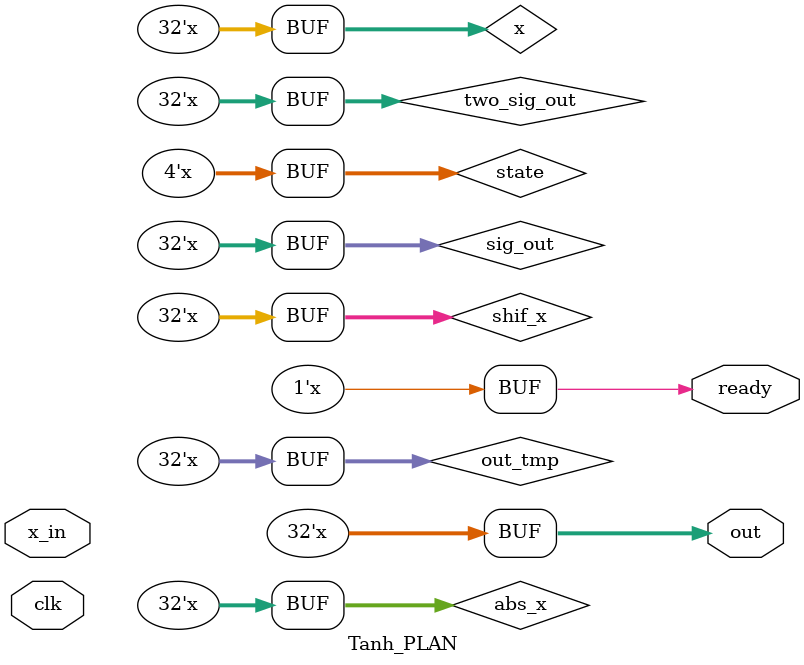
<source format=v>
`timescale 1ns / 1ps

module Tanh_PLAN
    #(parameter N = 32)
    (input clk,
    input [N-1:0] x_in,
    output reg [N-1:0] out,
	output reg ready
    );
    
parameter [N/2-1:0] z16 = 0; //16 zeros
parameter [N/2-2:0] z15 = 0; //15 zeros
parameter [N/2-3:0] z14 = 0; //14 zeros
parameter [N/2-4:0] z13 = 0; //13 zeros
parameter [N/2-6:0] z11 = 0; //11 zeros


    reg [N-1:0] x, shif_x, out_tmp, sig_out, two_sig_out, neg_two_sig_out;
    reg [N-1:0] abs_x;
    reg [3:0] state = 4'b0;
    
    always @(clk, x)
    begin
        case(state)
        4'b0000:
        begin
            x = x_in << 1;
            x = -x;
            if ($signed(x) < 0) abs_x = -x;
            else abs_x = x;
            if(abs_x > {z13, 3'b101, z16}) // |x| > 5
            begin
                state = 4'b0001;
            end
            else if(abs_x < {z13, 3'b101, z16} &&  abs_x >= {z14,5'b10011,z13}) // 2.375 =< |x| < 5
            begin
                state = 4'b0010;
            end
            else if(abs_x >= {z15, 1'b1, z16} &&  abs_x < {z14,5'b10011,z13}) // 1 =< |x| < 2.375
            begin
                state = 4'b0011;
            end
            else if(abs_x < {z15, 1'b1, z16}) // 0=< |x| < 1
            begin
                state = 4'b0100;
            end
        end //case 0000
        4'b0001:
        begin
            // 1
            out_tmp[N-1:0] = {z15, 1'b1, z16};
            state = 4'b0101;
        end //case 0001
        4'b0010:
        begin
            //0.03125 * |x| + 0.84375
            shif_x = abs_x >> 5;
            out_tmp = shif_x + {z16,5'b11011,z11};
            //add(shif_x, {z16,'b11011,z11}, out_tmp); 
            state = 4'b0101;
        end //case 0010
        4'b0011:
        begin
            //0.125 * |x| + 0.625
            shif_x = abs_x >> 3;
            out_tmp = shif_x + {z16,3'b101,z13};
            //add(shif_x, {z16,'b101,z13}, out_tmp);
            state = 4'b0101; 
        end //case 0011
        4'b0100:
        begin
             // 0.25 * |x| + 0.5
            shif_x = abs_x >> 2;
            out_tmp = shif_x + {z16,1'b1,z15};
            //add(shif_x, {z16,'b1,z15}, out_tmp); 
            state = 4'b0101; 
        end //case 0100
        4'b0101:
        begin
            if ($signed(x) > 0) sig_out = out_tmp;
            else sig_out = {z15, 1'b1, z16} - out_tmp; //1 - sig(x)
            state = 4'b0110;
        end //case 0101
        4'b0110:
        begin
             two_sig_out = sig_out << 1; //2 * sig(-2x)
            //neg_two_sig_out = -two_sig_out;
            out = {z15, 1'b1, z16} - two_sig_out;
            //sub({z15, 'b1, z16}, two_sig_out, out);  //1 - 2 * sig(-2x)
			ready = 1'b1;
			state = 4'b0000;
        end //case 0110
        endcase //case

        //5 in 8 bits b1010000
        //1 in 8 bits b00010000
        //2.37 in 8 bits b0100110
        //0.84375 in 8 bits b00001101
        //0.625 in 8 bits b00001010
        //0.25 in 8 bits b00000100
    end //always
endmodule
</source>
